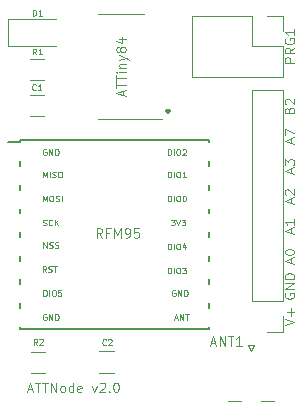
<source format=gbr>
G04 #@! TF.GenerationSoftware,KiCad,Pcbnew,5.1.6*
G04 #@! TF.CreationDate,2020-09-10T16:33:30+02:00*
G04 #@! TF.ProjectId,LORA_ATTINY84,4c4f5241-5f41-4545-9449-4e5938342e6b,rev?*
G04 #@! TF.SameCoordinates,Original*
G04 #@! TF.FileFunction,Legend,Top*
G04 #@! TF.FilePolarity,Positive*
%FSLAX46Y46*%
G04 Gerber Fmt 4.6, Leading zero omitted, Abs format (unit mm)*
G04 Created by KiCad (PCBNEW 5.1.6) date 2020-09-10 16:33:30*
%MOMM*%
%LPD*%
G01*
G04 APERTURE LIST*
%ADD10C,0.100000*%
%ADD11C,0.300000*%
%ADD12C,0.120000*%
%ADD13C,0.200000*%
G04 APERTURE END LIST*
D10*
X70739047Y-72013000D02*
X70691428Y-71989190D01*
X70620000Y-71989190D01*
X70548571Y-72013000D01*
X70500952Y-72060619D01*
X70477142Y-72108238D01*
X70453333Y-72203476D01*
X70453333Y-72274904D01*
X70477142Y-72370142D01*
X70500952Y-72417761D01*
X70548571Y-72465380D01*
X70620000Y-72489190D01*
X70667619Y-72489190D01*
X70739047Y-72465380D01*
X70762857Y-72441571D01*
X70762857Y-72274904D01*
X70667619Y-72274904D01*
X70977142Y-72489190D02*
X70977142Y-71989190D01*
X71262857Y-72489190D01*
X71262857Y-71989190D01*
X71500952Y-72489190D02*
X71500952Y-71989190D01*
X71620000Y-71989190D01*
X71691428Y-72013000D01*
X71739047Y-72060619D01*
X71762857Y-72108238D01*
X71786666Y-72203476D01*
X71786666Y-72274904D01*
X71762857Y-72370142D01*
X71739047Y-72417761D01*
X71691428Y-72465380D01*
X71620000Y-72489190D01*
X71500952Y-72489190D01*
X70497000Y-70457190D02*
X70497000Y-69957190D01*
X70616047Y-69957190D01*
X70687476Y-69981000D01*
X70735095Y-70028619D01*
X70758904Y-70076238D01*
X70782714Y-70171476D01*
X70782714Y-70242904D01*
X70758904Y-70338142D01*
X70735095Y-70385761D01*
X70687476Y-70433380D01*
X70616047Y-70457190D01*
X70497000Y-70457190D01*
X70997000Y-70457190D02*
X70997000Y-69957190D01*
X71330333Y-69957190D02*
X71425571Y-69957190D01*
X71473190Y-69981000D01*
X71520809Y-70028619D01*
X71544619Y-70123857D01*
X71544619Y-70290523D01*
X71520809Y-70385761D01*
X71473190Y-70433380D01*
X71425571Y-70457190D01*
X71330333Y-70457190D01*
X71282714Y-70433380D01*
X71235095Y-70385761D01*
X71211285Y-70290523D01*
X71211285Y-70123857D01*
X71235095Y-70028619D01*
X71282714Y-69981000D01*
X71330333Y-69957190D01*
X71997000Y-69957190D02*
X71758904Y-69957190D01*
X71735095Y-70195285D01*
X71758904Y-70171476D01*
X71806523Y-70147666D01*
X71925571Y-70147666D01*
X71973190Y-70171476D01*
X71997000Y-70195285D01*
X72020809Y-70242904D01*
X72020809Y-70361952D01*
X71997000Y-70409571D01*
X71973190Y-70433380D01*
X71925571Y-70457190D01*
X71806523Y-70457190D01*
X71758904Y-70433380D01*
X71735095Y-70409571D01*
X70719190Y-68425190D02*
X70552523Y-68187095D01*
X70433476Y-68425190D02*
X70433476Y-67925190D01*
X70623952Y-67925190D01*
X70671571Y-67949000D01*
X70695380Y-67972809D01*
X70719190Y-68020428D01*
X70719190Y-68091857D01*
X70695380Y-68139476D01*
X70671571Y-68163285D01*
X70623952Y-68187095D01*
X70433476Y-68187095D01*
X70909666Y-68401380D02*
X70981095Y-68425190D01*
X71100142Y-68425190D01*
X71147761Y-68401380D01*
X71171571Y-68377571D01*
X71195380Y-68329952D01*
X71195380Y-68282333D01*
X71171571Y-68234714D01*
X71147761Y-68210904D01*
X71100142Y-68187095D01*
X71004904Y-68163285D01*
X70957285Y-68139476D01*
X70933476Y-68115666D01*
X70909666Y-68068047D01*
X70909666Y-68020428D01*
X70933476Y-67972809D01*
X70957285Y-67949000D01*
X71004904Y-67925190D01*
X71123952Y-67925190D01*
X71195380Y-67949000D01*
X71338238Y-67925190D02*
X71623952Y-67925190D01*
X71481095Y-68425190D02*
X71481095Y-67925190D01*
X70500952Y-66393190D02*
X70500952Y-65893190D01*
X70786666Y-66393190D01*
X70786666Y-65893190D01*
X71000952Y-66369380D02*
X71072380Y-66393190D01*
X71191428Y-66393190D01*
X71239047Y-66369380D01*
X71262857Y-66345571D01*
X71286666Y-66297952D01*
X71286666Y-66250333D01*
X71262857Y-66202714D01*
X71239047Y-66178904D01*
X71191428Y-66155095D01*
X71096190Y-66131285D01*
X71048571Y-66107476D01*
X71024761Y-66083666D01*
X71000952Y-66036047D01*
X71000952Y-65988428D01*
X71024761Y-65940809D01*
X71048571Y-65917000D01*
X71096190Y-65893190D01*
X71215238Y-65893190D01*
X71286666Y-65917000D01*
X71477142Y-66369380D02*
X71548571Y-66393190D01*
X71667619Y-66393190D01*
X71715238Y-66369380D01*
X71739047Y-66345571D01*
X71762857Y-66297952D01*
X71762857Y-66250333D01*
X71739047Y-66202714D01*
X71715238Y-66178904D01*
X71667619Y-66155095D01*
X71572380Y-66131285D01*
X71524761Y-66107476D01*
X71500952Y-66083666D01*
X71477142Y-66036047D01*
X71477142Y-65988428D01*
X71500952Y-65940809D01*
X71524761Y-65917000D01*
X71572380Y-65893190D01*
X71691428Y-65893190D01*
X71762857Y-65917000D01*
X70477142Y-64464380D02*
X70548571Y-64488190D01*
X70667619Y-64488190D01*
X70715238Y-64464380D01*
X70739047Y-64440571D01*
X70762857Y-64392952D01*
X70762857Y-64345333D01*
X70739047Y-64297714D01*
X70715238Y-64273904D01*
X70667619Y-64250095D01*
X70572380Y-64226285D01*
X70524761Y-64202476D01*
X70500952Y-64178666D01*
X70477142Y-64131047D01*
X70477142Y-64083428D01*
X70500952Y-64035809D01*
X70524761Y-64012000D01*
X70572380Y-63988190D01*
X70691428Y-63988190D01*
X70762857Y-64012000D01*
X71262857Y-64440571D02*
X71239047Y-64464380D01*
X71167619Y-64488190D01*
X71120000Y-64488190D01*
X71048571Y-64464380D01*
X71000952Y-64416761D01*
X70977142Y-64369142D01*
X70953333Y-64273904D01*
X70953333Y-64202476D01*
X70977142Y-64107238D01*
X71000952Y-64059619D01*
X71048571Y-64012000D01*
X71120000Y-63988190D01*
X71167619Y-63988190D01*
X71239047Y-64012000D01*
X71262857Y-64035809D01*
X71477142Y-64488190D02*
X71477142Y-63988190D01*
X71762857Y-64488190D02*
X71548571Y-64202476D01*
X71762857Y-63988190D02*
X71477142Y-64273904D01*
X70461285Y-62456190D02*
X70461285Y-61956190D01*
X70627952Y-62313333D01*
X70794619Y-61956190D01*
X70794619Y-62456190D01*
X71127952Y-61956190D02*
X71223190Y-61956190D01*
X71270809Y-61980000D01*
X71318428Y-62027619D01*
X71342238Y-62122857D01*
X71342238Y-62289523D01*
X71318428Y-62384761D01*
X71270809Y-62432380D01*
X71223190Y-62456190D01*
X71127952Y-62456190D01*
X71080333Y-62432380D01*
X71032714Y-62384761D01*
X71008904Y-62289523D01*
X71008904Y-62122857D01*
X71032714Y-62027619D01*
X71080333Y-61980000D01*
X71127952Y-61956190D01*
X71532714Y-62432380D02*
X71604142Y-62456190D01*
X71723190Y-62456190D01*
X71770809Y-62432380D01*
X71794619Y-62408571D01*
X71818428Y-62360952D01*
X71818428Y-62313333D01*
X71794619Y-62265714D01*
X71770809Y-62241904D01*
X71723190Y-62218095D01*
X71627952Y-62194285D01*
X71580333Y-62170476D01*
X71556523Y-62146666D01*
X71532714Y-62099047D01*
X71532714Y-62051428D01*
X71556523Y-62003809D01*
X71580333Y-61980000D01*
X71627952Y-61956190D01*
X71747000Y-61956190D01*
X71818428Y-61980000D01*
X72032714Y-62456190D02*
X72032714Y-61956190D01*
X70461285Y-60424190D02*
X70461285Y-59924190D01*
X70627952Y-60281333D01*
X70794619Y-59924190D01*
X70794619Y-60424190D01*
X71032714Y-60424190D02*
X71032714Y-59924190D01*
X71247000Y-60400380D02*
X71318428Y-60424190D01*
X71437476Y-60424190D01*
X71485095Y-60400380D01*
X71508904Y-60376571D01*
X71532714Y-60328952D01*
X71532714Y-60281333D01*
X71508904Y-60233714D01*
X71485095Y-60209904D01*
X71437476Y-60186095D01*
X71342238Y-60162285D01*
X71294619Y-60138476D01*
X71270809Y-60114666D01*
X71247000Y-60067047D01*
X71247000Y-60019428D01*
X71270809Y-59971809D01*
X71294619Y-59948000D01*
X71342238Y-59924190D01*
X71461285Y-59924190D01*
X71532714Y-59948000D01*
X71842238Y-59924190D02*
X71937476Y-59924190D01*
X71985095Y-59948000D01*
X72032714Y-59995619D01*
X72056523Y-60090857D01*
X72056523Y-60257523D01*
X72032714Y-60352761D01*
X71985095Y-60400380D01*
X71937476Y-60424190D01*
X71842238Y-60424190D01*
X71794619Y-60400380D01*
X71747000Y-60352761D01*
X71723190Y-60257523D01*
X71723190Y-60090857D01*
X71747000Y-59995619D01*
X71794619Y-59948000D01*
X71842238Y-59924190D01*
X70739047Y-58043000D02*
X70691428Y-58019190D01*
X70620000Y-58019190D01*
X70548571Y-58043000D01*
X70500952Y-58090619D01*
X70477142Y-58138238D01*
X70453333Y-58233476D01*
X70453333Y-58304904D01*
X70477142Y-58400142D01*
X70500952Y-58447761D01*
X70548571Y-58495380D01*
X70620000Y-58519190D01*
X70667619Y-58519190D01*
X70739047Y-58495380D01*
X70762857Y-58471571D01*
X70762857Y-58304904D01*
X70667619Y-58304904D01*
X70977142Y-58519190D02*
X70977142Y-58019190D01*
X71262857Y-58519190D01*
X71262857Y-58019190D01*
X71500952Y-58519190D02*
X71500952Y-58019190D01*
X71620000Y-58019190D01*
X71691428Y-58043000D01*
X71739047Y-58090619D01*
X71762857Y-58138238D01*
X71786666Y-58233476D01*
X71786666Y-58304904D01*
X71762857Y-58400142D01*
X71739047Y-58447761D01*
X71691428Y-58495380D01*
X71620000Y-58519190D01*
X71500952Y-58519190D01*
X81038000Y-58519190D02*
X81038000Y-58019190D01*
X81157047Y-58019190D01*
X81228476Y-58043000D01*
X81276095Y-58090619D01*
X81299904Y-58138238D01*
X81323714Y-58233476D01*
X81323714Y-58304904D01*
X81299904Y-58400142D01*
X81276095Y-58447761D01*
X81228476Y-58495380D01*
X81157047Y-58519190D01*
X81038000Y-58519190D01*
X81538000Y-58519190D02*
X81538000Y-58019190D01*
X81871333Y-58019190D02*
X81966571Y-58019190D01*
X82014190Y-58043000D01*
X82061809Y-58090619D01*
X82085619Y-58185857D01*
X82085619Y-58352523D01*
X82061809Y-58447761D01*
X82014190Y-58495380D01*
X81966571Y-58519190D01*
X81871333Y-58519190D01*
X81823714Y-58495380D01*
X81776095Y-58447761D01*
X81752285Y-58352523D01*
X81752285Y-58185857D01*
X81776095Y-58090619D01*
X81823714Y-58043000D01*
X81871333Y-58019190D01*
X82276095Y-58066809D02*
X82299904Y-58043000D01*
X82347523Y-58019190D01*
X82466571Y-58019190D01*
X82514190Y-58043000D01*
X82538000Y-58066809D01*
X82561809Y-58114428D01*
X82561809Y-58162047D01*
X82538000Y-58233476D01*
X82252285Y-58519190D01*
X82561809Y-58519190D01*
X81038000Y-60424190D02*
X81038000Y-59924190D01*
X81157047Y-59924190D01*
X81228476Y-59948000D01*
X81276095Y-59995619D01*
X81299904Y-60043238D01*
X81323714Y-60138476D01*
X81323714Y-60209904D01*
X81299904Y-60305142D01*
X81276095Y-60352761D01*
X81228476Y-60400380D01*
X81157047Y-60424190D01*
X81038000Y-60424190D01*
X81538000Y-60424190D02*
X81538000Y-59924190D01*
X81871333Y-59924190D02*
X81966571Y-59924190D01*
X82014190Y-59948000D01*
X82061809Y-59995619D01*
X82085619Y-60090857D01*
X82085619Y-60257523D01*
X82061809Y-60352761D01*
X82014190Y-60400380D01*
X81966571Y-60424190D01*
X81871333Y-60424190D01*
X81823714Y-60400380D01*
X81776095Y-60352761D01*
X81752285Y-60257523D01*
X81752285Y-60090857D01*
X81776095Y-59995619D01*
X81823714Y-59948000D01*
X81871333Y-59924190D01*
X82561809Y-60424190D02*
X82276095Y-60424190D01*
X82418952Y-60424190D02*
X82418952Y-59924190D01*
X82371333Y-59995619D01*
X82323714Y-60043238D01*
X82276095Y-60067047D01*
X81038000Y-62456190D02*
X81038000Y-61956190D01*
X81157047Y-61956190D01*
X81228476Y-61980000D01*
X81276095Y-62027619D01*
X81299904Y-62075238D01*
X81323714Y-62170476D01*
X81323714Y-62241904D01*
X81299904Y-62337142D01*
X81276095Y-62384761D01*
X81228476Y-62432380D01*
X81157047Y-62456190D01*
X81038000Y-62456190D01*
X81538000Y-62456190D02*
X81538000Y-61956190D01*
X81871333Y-61956190D02*
X81966571Y-61956190D01*
X82014190Y-61980000D01*
X82061809Y-62027619D01*
X82085619Y-62122857D01*
X82085619Y-62289523D01*
X82061809Y-62384761D01*
X82014190Y-62432380D01*
X81966571Y-62456190D01*
X81871333Y-62456190D01*
X81823714Y-62432380D01*
X81776095Y-62384761D01*
X81752285Y-62289523D01*
X81752285Y-62122857D01*
X81776095Y-62027619D01*
X81823714Y-61980000D01*
X81871333Y-61956190D01*
X82395142Y-61956190D02*
X82442761Y-61956190D01*
X82490380Y-61980000D01*
X82514190Y-62003809D01*
X82538000Y-62051428D01*
X82561809Y-62146666D01*
X82561809Y-62265714D01*
X82538000Y-62360952D01*
X82514190Y-62408571D01*
X82490380Y-62432380D01*
X82442761Y-62456190D01*
X82395142Y-62456190D01*
X82347523Y-62432380D01*
X82323714Y-62408571D01*
X82299904Y-62360952D01*
X82276095Y-62265714D01*
X82276095Y-62146666D01*
X82299904Y-62051428D01*
X82323714Y-62003809D01*
X82347523Y-61980000D01*
X82395142Y-61956190D01*
X81295952Y-63988190D02*
X81605476Y-63988190D01*
X81438809Y-64178666D01*
X81510238Y-64178666D01*
X81557857Y-64202476D01*
X81581666Y-64226285D01*
X81605476Y-64273904D01*
X81605476Y-64392952D01*
X81581666Y-64440571D01*
X81557857Y-64464380D01*
X81510238Y-64488190D01*
X81367380Y-64488190D01*
X81319761Y-64464380D01*
X81295952Y-64440571D01*
X81748333Y-63988190D02*
X81915000Y-64488190D01*
X82081666Y-63988190D01*
X82200714Y-63988190D02*
X82510238Y-63988190D01*
X82343571Y-64178666D01*
X82415000Y-64178666D01*
X82462619Y-64202476D01*
X82486428Y-64226285D01*
X82510238Y-64273904D01*
X82510238Y-64392952D01*
X82486428Y-64440571D01*
X82462619Y-64464380D01*
X82415000Y-64488190D01*
X82272142Y-64488190D01*
X82224523Y-64464380D01*
X82200714Y-64440571D01*
X81038000Y-66520190D02*
X81038000Y-66020190D01*
X81157047Y-66020190D01*
X81228476Y-66044000D01*
X81276095Y-66091619D01*
X81299904Y-66139238D01*
X81323714Y-66234476D01*
X81323714Y-66305904D01*
X81299904Y-66401142D01*
X81276095Y-66448761D01*
X81228476Y-66496380D01*
X81157047Y-66520190D01*
X81038000Y-66520190D01*
X81538000Y-66520190D02*
X81538000Y-66020190D01*
X81871333Y-66020190D02*
X81966571Y-66020190D01*
X82014190Y-66044000D01*
X82061809Y-66091619D01*
X82085619Y-66186857D01*
X82085619Y-66353523D01*
X82061809Y-66448761D01*
X82014190Y-66496380D01*
X81966571Y-66520190D01*
X81871333Y-66520190D01*
X81823714Y-66496380D01*
X81776095Y-66448761D01*
X81752285Y-66353523D01*
X81752285Y-66186857D01*
X81776095Y-66091619D01*
X81823714Y-66044000D01*
X81871333Y-66020190D01*
X82514190Y-66186857D02*
X82514190Y-66520190D01*
X82395142Y-65996380D02*
X82276095Y-66353523D01*
X82585619Y-66353523D01*
X81038000Y-68552190D02*
X81038000Y-68052190D01*
X81157047Y-68052190D01*
X81228476Y-68076000D01*
X81276095Y-68123619D01*
X81299904Y-68171238D01*
X81323714Y-68266476D01*
X81323714Y-68337904D01*
X81299904Y-68433142D01*
X81276095Y-68480761D01*
X81228476Y-68528380D01*
X81157047Y-68552190D01*
X81038000Y-68552190D01*
X81538000Y-68552190D02*
X81538000Y-68052190D01*
X81871333Y-68052190D02*
X81966571Y-68052190D01*
X82014190Y-68076000D01*
X82061809Y-68123619D01*
X82085619Y-68218857D01*
X82085619Y-68385523D01*
X82061809Y-68480761D01*
X82014190Y-68528380D01*
X81966571Y-68552190D01*
X81871333Y-68552190D01*
X81823714Y-68528380D01*
X81776095Y-68480761D01*
X81752285Y-68385523D01*
X81752285Y-68218857D01*
X81776095Y-68123619D01*
X81823714Y-68076000D01*
X81871333Y-68052190D01*
X82252285Y-68052190D02*
X82561809Y-68052190D01*
X82395142Y-68242666D01*
X82466571Y-68242666D01*
X82514190Y-68266476D01*
X82538000Y-68290285D01*
X82561809Y-68337904D01*
X82561809Y-68456952D01*
X82538000Y-68504571D01*
X82514190Y-68528380D01*
X82466571Y-68552190D01*
X82323714Y-68552190D01*
X82276095Y-68528380D01*
X82252285Y-68504571D01*
X81661047Y-69981000D02*
X81613428Y-69957190D01*
X81542000Y-69957190D01*
X81470571Y-69981000D01*
X81422952Y-70028619D01*
X81399142Y-70076238D01*
X81375333Y-70171476D01*
X81375333Y-70242904D01*
X81399142Y-70338142D01*
X81422952Y-70385761D01*
X81470571Y-70433380D01*
X81542000Y-70457190D01*
X81589619Y-70457190D01*
X81661047Y-70433380D01*
X81684857Y-70409571D01*
X81684857Y-70242904D01*
X81589619Y-70242904D01*
X81899142Y-70457190D02*
X81899142Y-69957190D01*
X82184857Y-70457190D01*
X82184857Y-69957190D01*
X82422952Y-70457190D02*
X82422952Y-69957190D01*
X82542000Y-69957190D01*
X82613428Y-69981000D01*
X82661047Y-70028619D01*
X82684857Y-70076238D01*
X82708666Y-70171476D01*
X82708666Y-70242904D01*
X82684857Y-70338142D01*
X82661047Y-70385761D01*
X82613428Y-70433380D01*
X82542000Y-70457190D01*
X82422952Y-70457190D01*
X81597571Y-72346333D02*
X81835666Y-72346333D01*
X81549952Y-72489190D02*
X81716619Y-71989190D01*
X81883285Y-72489190D01*
X82049952Y-72489190D02*
X82049952Y-71989190D01*
X82335666Y-72489190D01*
X82335666Y-71989190D01*
X82502333Y-71989190D02*
X82788047Y-71989190D01*
X82645190Y-72489190D02*
X82645190Y-71989190D01*
D11*
X81051400Y-54784571D02*
X81108542Y-54841714D01*
X81051400Y-54898857D01*
X80994257Y-54841714D01*
X81051400Y-54784571D01*
X81051400Y-54898857D01*
D10*
X91306657Y-54705209D02*
X91344752Y-54590923D01*
X91382847Y-54552828D01*
X91459038Y-54514733D01*
X91573323Y-54514733D01*
X91649514Y-54552828D01*
X91687609Y-54590923D01*
X91725704Y-54667114D01*
X91725704Y-54971876D01*
X90925704Y-54971876D01*
X90925704Y-54705209D01*
X90963800Y-54629019D01*
X91001895Y-54590923D01*
X91078085Y-54552828D01*
X91154276Y-54552828D01*
X91230466Y-54590923D01*
X91268561Y-54629019D01*
X91306657Y-54705209D01*
X91306657Y-54971876D01*
X91001895Y-54209971D02*
X90963800Y-54171876D01*
X90925704Y-54095685D01*
X90925704Y-53905209D01*
X90963800Y-53829019D01*
X91001895Y-53790923D01*
X91078085Y-53752828D01*
X91154276Y-53752828D01*
X91268561Y-53790923D01*
X91725704Y-54248066D01*
X91725704Y-53752828D01*
X91497133Y-57492828D02*
X91497133Y-57111876D01*
X91725704Y-57569019D02*
X90925704Y-57302352D01*
X91725704Y-57035685D01*
X90925704Y-56845209D02*
X90925704Y-56311876D01*
X91725704Y-56654733D01*
X91497133Y-60032828D02*
X91497133Y-59651876D01*
X91725704Y-60109019D02*
X90925704Y-59842352D01*
X91725704Y-59575685D01*
X90925704Y-59385209D02*
X90925704Y-58889971D01*
X91230466Y-59156638D01*
X91230466Y-59042352D01*
X91268561Y-58966161D01*
X91306657Y-58928066D01*
X91382847Y-58889971D01*
X91573323Y-58889971D01*
X91649514Y-58928066D01*
X91687609Y-58966161D01*
X91725704Y-59042352D01*
X91725704Y-59270923D01*
X91687609Y-59347114D01*
X91649514Y-59385209D01*
X91497133Y-62572828D02*
X91497133Y-62191876D01*
X91725704Y-62649019D02*
X90925704Y-62382352D01*
X91725704Y-62115685D01*
X91001895Y-61887114D02*
X90963800Y-61849019D01*
X90925704Y-61772828D01*
X90925704Y-61582352D01*
X90963800Y-61506161D01*
X91001895Y-61468066D01*
X91078085Y-61429971D01*
X91154276Y-61429971D01*
X91268561Y-61468066D01*
X91725704Y-61925209D01*
X91725704Y-61429971D01*
X91497133Y-65112828D02*
X91497133Y-64731876D01*
X91725704Y-65189019D02*
X90925704Y-64922352D01*
X91725704Y-64655685D01*
X91725704Y-63969971D02*
X91725704Y-64427114D01*
X91725704Y-64198542D02*
X90925704Y-64198542D01*
X91039990Y-64274733D01*
X91116180Y-64350923D01*
X91154276Y-64427114D01*
X91497133Y-67652828D02*
X91497133Y-67271876D01*
X91725704Y-67729019D02*
X90925704Y-67462352D01*
X91725704Y-67195685D01*
X90925704Y-66776638D02*
X90925704Y-66700447D01*
X90963800Y-66624257D01*
X91001895Y-66586161D01*
X91078085Y-66548066D01*
X91230466Y-66509971D01*
X91420942Y-66509971D01*
X91573323Y-66548066D01*
X91649514Y-66586161D01*
X91687609Y-66624257D01*
X91725704Y-66700447D01*
X91725704Y-66776638D01*
X91687609Y-66852828D01*
X91649514Y-66890923D01*
X91573323Y-66929019D01*
X91420942Y-66967114D01*
X91230466Y-66967114D01*
X91078085Y-66929019D01*
X91001895Y-66890923D01*
X90963800Y-66852828D01*
X90925704Y-66776638D01*
X90963800Y-70230923D02*
X90925704Y-70307114D01*
X90925704Y-70421400D01*
X90963800Y-70535685D01*
X91039990Y-70611876D01*
X91116180Y-70649971D01*
X91268561Y-70688066D01*
X91382847Y-70688066D01*
X91535228Y-70649971D01*
X91611419Y-70611876D01*
X91687609Y-70535685D01*
X91725704Y-70421400D01*
X91725704Y-70345209D01*
X91687609Y-70230923D01*
X91649514Y-70192828D01*
X91382847Y-70192828D01*
X91382847Y-70345209D01*
X91725704Y-69849971D02*
X90925704Y-69849971D01*
X91725704Y-69392828D01*
X90925704Y-69392828D01*
X91725704Y-69011876D02*
X90925704Y-69011876D01*
X90925704Y-68821400D01*
X90963800Y-68707114D01*
X91039990Y-68630923D01*
X91116180Y-68592828D01*
X91268561Y-68554733D01*
X91382847Y-68554733D01*
X91535228Y-68592828D01*
X91611419Y-68630923D01*
X91687609Y-68707114D01*
X91725704Y-68821400D01*
X91725704Y-69011876D01*
X90925704Y-72923304D02*
X91725704Y-72656638D01*
X90925704Y-72389971D01*
X91420942Y-72123304D02*
X91420942Y-71513780D01*
X91725704Y-71818542D02*
X91116180Y-71818542D01*
X69177380Y-78365333D02*
X69558333Y-78365333D01*
X69101190Y-78593904D02*
X69367857Y-77793904D01*
X69634523Y-78593904D01*
X69786904Y-77793904D02*
X70244047Y-77793904D01*
X70015476Y-78593904D02*
X70015476Y-77793904D01*
X70396428Y-77793904D02*
X70853571Y-77793904D01*
X70625000Y-78593904D02*
X70625000Y-77793904D01*
X71120238Y-78593904D02*
X71120238Y-77793904D01*
X71577380Y-78593904D01*
X71577380Y-77793904D01*
X72072619Y-78593904D02*
X71996428Y-78555809D01*
X71958333Y-78517714D01*
X71920238Y-78441523D01*
X71920238Y-78212952D01*
X71958333Y-78136761D01*
X71996428Y-78098666D01*
X72072619Y-78060571D01*
X72186904Y-78060571D01*
X72263095Y-78098666D01*
X72301190Y-78136761D01*
X72339285Y-78212952D01*
X72339285Y-78441523D01*
X72301190Y-78517714D01*
X72263095Y-78555809D01*
X72186904Y-78593904D01*
X72072619Y-78593904D01*
X73025000Y-78593904D02*
X73025000Y-77793904D01*
X73025000Y-78555809D02*
X72948809Y-78593904D01*
X72796428Y-78593904D01*
X72720238Y-78555809D01*
X72682142Y-78517714D01*
X72644047Y-78441523D01*
X72644047Y-78212952D01*
X72682142Y-78136761D01*
X72720238Y-78098666D01*
X72796428Y-78060571D01*
X72948809Y-78060571D01*
X73025000Y-78098666D01*
X73710714Y-78555809D02*
X73634523Y-78593904D01*
X73482142Y-78593904D01*
X73405952Y-78555809D01*
X73367857Y-78479619D01*
X73367857Y-78174857D01*
X73405952Y-78098666D01*
X73482142Y-78060571D01*
X73634523Y-78060571D01*
X73710714Y-78098666D01*
X73748809Y-78174857D01*
X73748809Y-78251047D01*
X73367857Y-78327238D01*
X74625000Y-78060571D02*
X74815476Y-78593904D01*
X75005952Y-78060571D01*
X75272619Y-77870095D02*
X75310714Y-77832000D01*
X75386904Y-77793904D01*
X75577380Y-77793904D01*
X75653571Y-77832000D01*
X75691666Y-77870095D01*
X75729761Y-77946285D01*
X75729761Y-78022476D01*
X75691666Y-78136761D01*
X75234523Y-78593904D01*
X75729761Y-78593904D01*
X76072619Y-78517714D02*
X76110714Y-78555809D01*
X76072619Y-78593904D01*
X76034523Y-78555809D01*
X76072619Y-78517714D01*
X76072619Y-78593904D01*
X76605952Y-77793904D02*
X76682142Y-77793904D01*
X76758333Y-77832000D01*
X76796428Y-77870095D01*
X76834523Y-77946285D01*
X76872619Y-78098666D01*
X76872619Y-78289142D01*
X76834523Y-78441523D01*
X76796428Y-78517714D01*
X76758333Y-78555809D01*
X76682142Y-78593904D01*
X76605952Y-78593904D01*
X76529761Y-78555809D01*
X76491666Y-78517714D01*
X76453571Y-78441523D01*
X76415476Y-78289142D01*
X76415476Y-78098666D01*
X76453571Y-77946285D01*
X76491666Y-77870095D01*
X76529761Y-77832000D01*
X76605952Y-77793904D01*
D12*
X87837200Y-74633800D02*
X88087200Y-75133800D01*
X88337200Y-74633800D02*
X87837200Y-74633800D01*
X88087200Y-75133800D02*
X88337200Y-74633800D01*
X86137200Y-79393800D02*
X87247200Y-79393800D01*
X88927200Y-79393800D02*
X90037200Y-79393800D01*
X69414636Y-75188400D02*
X70618764Y-75188400D01*
X69414636Y-77008400D02*
X70618764Y-77008400D01*
X76446464Y-76983000D02*
X75242336Y-76983000D01*
X76446464Y-75163000D02*
X75242336Y-75163000D01*
X70579064Y-55266000D02*
X69374936Y-55266000D01*
X70579064Y-53446000D02*
X69374936Y-53446000D01*
X83048800Y-46726800D02*
X83048800Y-51926800D01*
X88188800Y-46726800D02*
X83048800Y-46726800D01*
X90788800Y-51926800D02*
X83048800Y-51926800D01*
X88188800Y-46726800D02*
X88188800Y-49326800D01*
X88188800Y-49326800D02*
X90788800Y-49326800D01*
X90788800Y-49326800D02*
X90788800Y-51926800D01*
X89458800Y-46726800D02*
X90788800Y-46726800D01*
X90788800Y-46726800D02*
X90788800Y-48056800D01*
X90788800Y-53051400D02*
X88128800Y-53051400D01*
X90788800Y-70891400D02*
X90788800Y-53051400D01*
X88128800Y-70891400D02*
X88128800Y-53051400D01*
X90788800Y-70891400D02*
X88128800Y-70891400D01*
X90788800Y-72161400D02*
X90788800Y-73491400D01*
X90788800Y-73491400D02*
X89458800Y-73491400D01*
X70579064Y-52179900D02*
X69374936Y-52179900D01*
X70579064Y-50359900D02*
X69374936Y-50359900D01*
X71577000Y-46998000D02*
X67517000Y-46998000D01*
X67517000Y-46998000D02*
X67517000Y-49268000D01*
X67517000Y-49268000D02*
X71577000Y-49268000D01*
X77089000Y-46593600D02*
X75139000Y-46593600D01*
X77089000Y-46593600D02*
X79039000Y-46593600D01*
X77089000Y-55463600D02*
X75139000Y-55463600D01*
X77089000Y-55463600D02*
X80539000Y-55463600D01*
D13*
X68529200Y-73267600D02*
X68529200Y-73067600D01*
X84529200Y-73267600D02*
X68529200Y-73267600D01*
X84529200Y-73067600D02*
X84529200Y-73267600D01*
X84529200Y-71067600D02*
X84529200Y-71467600D01*
X84529200Y-69067600D02*
X84529200Y-69467600D01*
X84529200Y-67067600D02*
X84529200Y-67467600D01*
X84529200Y-65067600D02*
X84529200Y-65467600D01*
X84529200Y-63067600D02*
X84529200Y-63467600D01*
X84529200Y-61067600D02*
X84529200Y-61467600D01*
X84529200Y-59067600D02*
X84529200Y-59467600D01*
X84529200Y-57267600D02*
X84529200Y-57467600D01*
X68529200Y-71067600D02*
X68529200Y-71467600D01*
X68529200Y-57467600D02*
X68529200Y-57267600D01*
X67529200Y-57467600D02*
X68529200Y-57467600D01*
X68529200Y-59467600D02*
X68529200Y-59067600D01*
X68529200Y-61467600D02*
X68529200Y-61067600D01*
X68529200Y-63067600D02*
X68529200Y-63467600D01*
X68529200Y-65067600D02*
X68529200Y-65467600D01*
X68529200Y-67067600D02*
X68529200Y-67467600D01*
X68529200Y-69067600D02*
X68529200Y-69467600D01*
X68529200Y-57267600D02*
X84529200Y-57267600D01*
D10*
X84683761Y-74428333D02*
X85064714Y-74428333D01*
X84607571Y-74656904D02*
X84874238Y-73856904D01*
X85140904Y-74656904D01*
X85407571Y-74656904D02*
X85407571Y-73856904D01*
X85864714Y-74656904D01*
X85864714Y-73856904D01*
X86131380Y-73856904D02*
X86588523Y-73856904D01*
X86359952Y-74656904D02*
X86359952Y-73856904D01*
X87274238Y-74656904D02*
X86817095Y-74656904D01*
X87045666Y-74656904D02*
X87045666Y-73856904D01*
X86969476Y-73971190D01*
X86893285Y-74047380D01*
X86817095Y-74085476D01*
X69969866Y-74597390D02*
X69803200Y-74359295D01*
X69684152Y-74597390D02*
X69684152Y-74097390D01*
X69874628Y-74097390D01*
X69922247Y-74121200D01*
X69946057Y-74145009D01*
X69969866Y-74192628D01*
X69969866Y-74264057D01*
X69946057Y-74311676D01*
X69922247Y-74335485D01*
X69874628Y-74359295D01*
X69684152Y-74359295D01*
X70160342Y-74145009D02*
X70184152Y-74121200D01*
X70231771Y-74097390D01*
X70350819Y-74097390D01*
X70398438Y-74121200D01*
X70422247Y-74145009D01*
X70446057Y-74192628D01*
X70446057Y-74240247D01*
X70422247Y-74311676D01*
X70136533Y-74597390D01*
X70446057Y-74597390D01*
X75786466Y-74575171D02*
X75762657Y-74598980D01*
X75691228Y-74622790D01*
X75643609Y-74622790D01*
X75572180Y-74598980D01*
X75524561Y-74551361D01*
X75500752Y-74503742D01*
X75476942Y-74408504D01*
X75476942Y-74337076D01*
X75500752Y-74241838D01*
X75524561Y-74194219D01*
X75572180Y-74146600D01*
X75643609Y-74122790D01*
X75691228Y-74122790D01*
X75762657Y-74146600D01*
X75786466Y-74170409D01*
X75976942Y-74170409D02*
X76000752Y-74146600D01*
X76048371Y-74122790D01*
X76167419Y-74122790D01*
X76215038Y-74146600D01*
X76238847Y-74170409D01*
X76262657Y-74218028D01*
X76262657Y-74265647D01*
X76238847Y-74337076D01*
X75953133Y-74622790D01*
X76262657Y-74622790D01*
X69842866Y-52985171D02*
X69819057Y-53008980D01*
X69747628Y-53032790D01*
X69700009Y-53032790D01*
X69628580Y-53008980D01*
X69580961Y-52961361D01*
X69557152Y-52913742D01*
X69533342Y-52818504D01*
X69533342Y-52747076D01*
X69557152Y-52651838D01*
X69580961Y-52604219D01*
X69628580Y-52556600D01*
X69700009Y-52532790D01*
X69747628Y-52532790D01*
X69819057Y-52556600D01*
X69842866Y-52580409D01*
X70319057Y-53032790D02*
X70033342Y-53032790D01*
X70176200Y-53032790D02*
X70176200Y-52532790D01*
X70128580Y-52604219D01*
X70080961Y-52651838D01*
X70033342Y-52675647D01*
X91751104Y-50717276D02*
X90951104Y-50717276D01*
X90951104Y-50412514D01*
X90989200Y-50336323D01*
X91027295Y-50298228D01*
X91103485Y-50260133D01*
X91217771Y-50260133D01*
X91293961Y-50298228D01*
X91332057Y-50336323D01*
X91370152Y-50412514D01*
X91370152Y-50717276D01*
X91751104Y-49460133D02*
X91370152Y-49726800D01*
X91751104Y-49917276D02*
X90951104Y-49917276D01*
X90951104Y-49612514D01*
X90989200Y-49536323D01*
X91027295Y-49498228D01*
X91103485Y-49460133D01*
X91217771Y-49460133D01*
X91293961Y-49498228D01*
X91332057Y-49536323D01*
X91370152Y-49612514D01*
X91370152Y-49917276D01*
X90989200Y-48698228D02*
X90951104Y-48774419D01*
X90951104Y-48888704D01*
X90989200Y-49002990D01*
X91065390Y-49079180D01*
X91141580Y-49117276D01*
X91293961Y-49155371D01*
X91408247Y-49155371D01*
X91560628Y-49117276D01*
X91636819Y-49079180D01*
X91713009Y-49002990D01*
X91751104Y-48888704D01*
X91751104Y-48812514D01*
X91713009Y-48698228D01*
X91674914Y-48660133D01*
X91408247Y-48660133D01*
X91408247Y-48812514D01*
X91751104Y-47898228D02*
X91751104Y-48355371D01*
X91751104Y-48126800D02*
X90951104Y-48126800D01*
X91065390Y-48202990D01*
X91141580Y-48279180D01*
X91179676Y-48355371D01*
X69893666Y-50010190D02*
X69727000Y-49772095D01*
X69607952Y-50010190D02*
X69607952Y-49510190D01*
X69798428Y-49510190D01*
X69846047Y-49534000D01*
X69869857Y-49557809D01*
X69893666Y-49605428D01*
X69893666Y-49676857D01*
X69869857Y-49724476D01*
X69846047Y-49748285D01*
X69798428Y-49772095D01*
X69607952Y-49772095D01*
X70369857Y-50010190D02*
X70084142Y-50010190D01*
X70227000Y-50010190D02*
X70227000Y-49510190D01*
X70179380Y-49581619D01*
X70131761Y-49629238D01*
X70084142Y-49653047D01*
X69607952Y-46733590D02*
X69607952Y-46233590D01*
X69727000Y-46233590D01*
X69798428Y-46257400D01*
X69846047Y-46305019D01*
X69869857Y-46352638D01*
X69893666Y-46447876D01*
X69893666Y-46519304D01*
X69869857Y-46614542D01*
X69846047Y-46662161D01*
X69798428Y-46709780D01*
X69727000Y-46733590D01*
X69607952Y-46733590D01*
X70369857Y-46733590D02*
X70084142Y-46733590D01*
X70227000Y-46733590D02*
X70227000Y-46233590D01*
X70179380Y-46305019D01*
X70131761Y-46352638D01*
X70084142Y-46376447D01*
X77222333Y-53447647D02*
X77222333Y-53066695D01*
X77450904Y-53523838D02*
X76650904Y-53257171D01*
X77450904Y-52990504D01*
X76650904Y-52838123D02*
X76650904Y-52380980D01*
X77450904Y-52609552D02*
X76650904Y-52609552D01*
X76650904Y-52228600D02*
X76650904Y-51771457D01*
X77450904Y-52000028D02*
X76650904Y-52000028D01*
X77450904Y-51504790D02*
X76917571Y-51504790D01*
X76650904Y-51504790D02*
X76689000Y-51542885D01*
X76727095Y-51504790D01*
X76689000Y-51466695D01*
X76650904Y-51504790D01*
X76727095Y-51504790D01*
X76917571Y-51123838D02*
X77450904Y-51123838D01*
X76993761Y-51123838D02*
X76955666Y-51085742D01*
X76917571Y-51009552D01*
X76917571Y-50895266D01*
X76955666Y-50819076D01*
X77031857Y-50780980D01*
X77450904Y-50780980D01*
X76917571Y-50476219D02*
X77450904Y-50285742D01*
X76917571Y-50095266D02*
X77450904Y-50285742D01*
X77641380Y-50361933D01*
X77679476Y-50400028D01*
X77717571Y-50476219D01*
X76993761Y-49676219D02*
X76955666Y-49752409D01*
X76917571Y-49790504D01*
X76841380Y-49828600D01*
X76803285Y-49828600D01*
X76727095Y-49790504D01*
X76689000Y-49752409D01*
X76650904Y-49676219D01*
X76650904Y-49523838D01*
X76689000Y-49447647D01*
X76727095Y-49409552D01*
X76803285Y-49371457D01*
X76841380Y-49371457D01*
X76917571Y-49409552D01*
X76955666Y-49447647D01*
X76993761Y-49523838D01*
X76993761Y-49676219D01*
X77031857Y-49752409D01*
X77069952Y-49790504D01*
X77146142Y-49828600D01*
X77298523Y-49828600D01*
X77374714Y-49790504D01*
X77412809Y-49752409D01*
X77450904Y-49676219D01*
X77450904Y-49523838D01*
X77412809Y-49447647D01*
X77374714Y-49409552D01*
X77298523Y-49371457D01*
X77146142Y-49371457D01*
X77069952Y-49409552D01*
X77031857Y-49447647D01*
X76993761Y-49523838D01*
X76917571Y-48685742D02*
X77450904Y-48685742D01*
X76612809Y-48876219D02*
X77184238Y-49066695D01*
X77184238Y-48571457D01*
X75469914Y-65512904D02*
X75203247Y-65131952D01*
X75012771Y-65512904D02*
X75012771Y-64712904D01*
X75317533Y-64712904D01*
X75393723Y-64751000D01*
X75431819Y-64789095D01*
X75469914Y-64865285D01*
X75469914Y-64979571D01*
X75431819Y-65055761D01*
X75393723Y-65093857D01*
X75317533Y-65131952D01*
X75012771Y-65131952D01*
X76079438Y-65093857D02*
X75812771Y-65093857D01*
X75812771Y-65512904D02*
X75812771Y-64712904D01*
X76193723Y-64712904D01*
X76498485Y-65512904D02*
X76498485Y-64712904D01*
X76765152Y-65284333D01*
X77031819Y-64712904D01*
X77031819Y-65512904D01*
X77450866Y-65512904D02*
X77603247Y-65512904D01*
X77679438Y-65474809D01*
X77717533Y-65436714D01*
X77793723Y-65322428D01*
X77831819Y-65170047D01*
X77831819Y-64865285D01*
X77793723Y-64789095D01*
X77755628Y-64751000D01*
X77679438Y-64712904D01*
X77527057Y-64712904D01*
X77450866Y-64751000D01*
X77412771Y-64789095D01*
X77374676Y-64865285D01*
X77374676Y-65055761D01*
X77412771Y-65131952D01*
X77450866Y-65170047D01*
X77527057Y-65208142D01*
X77679438Y-65208142D01*
X77755628Y-65170047D01*
X77793723Y-65131952D01*
X77831819Y-65055761D01*
X78555628Y-64712904D02*
X78174676Y-64712904D01*
X78136580Y-65093857D01*
X78174676Y-65055761D01*
X78250866Y-65017666D01*
X78441342Y-65017666D01*
X78517533Y-65055761D01*
X78555628Y-65093857D01*
X78593723Y-65170047D01*
X78593723Y-65360523D01*
X78555628Y-65436714D01*
X78517533Y-65474809D01*
X78441342Y-65512904D01*
X78250866Y-65512904D01*
X78174676Y-65474809D01*
X78136580Y-65436714D01*
M02*

</source>
